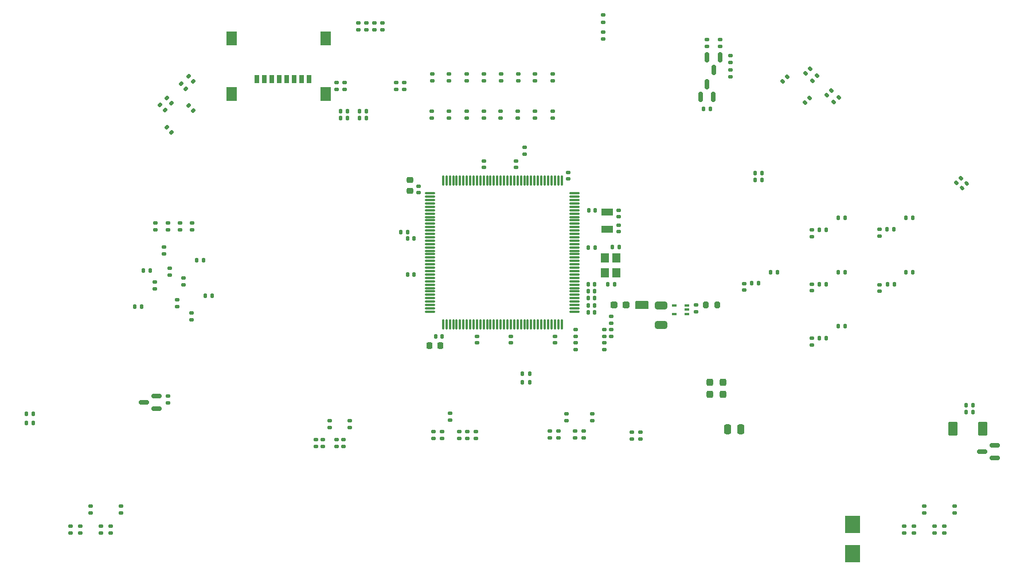
<source format=gbr>
%TF.GenerationSoftware,KiCad,Pcbnew,8.0.7*%
%TF.CreationDate,2025-04-13T15:12:29-04:00*%
%TF.ProjectId,control,636f6e74-726f-46c2-9e6b-696361645f70,rev?*%
%TF.SameCoordinates,Original*%
%TF.FileFunction,Paste,Bot*%
%TF.FilePolarity,Positive*%
%FSLAX46Y46*%
G04 Gerber Fmt 4.6, Leading zero omitted, Abs format (unit mm)*
G04 Created by KiCad (PCBNEW 8.0.7) date 2025-04-13 15:12:29*
%MOMM*%
%LPD*%
G01*
G04 APERTURE LIST*
G04 Aperture macros list*
%AMRoundRect*
0 Rectangle with rounded corners*
0 $1 Rounding radius*
0 $2 $3 $4 $5 $6 $7 $8 $9 X,Y pos of 4 corners*
0 Add a 4 corners polygon primitive as box body*
4,1,4,$2,$3,$4,$5,$6,$7,$8,$9,$2,$3,0*
0 Add four circle primitives for the rounded corners*
1,1,$1+$1,$2,$3*
1,1,$1+$1,$4,$5*
1,1,$1+$1,$6,$7*
1,1,$1+$1,$8,$9*
0 Add four rect primitives between the rounded corners*
20,1,$1+$1,$2,$3,$4,$5,0*
20,1,$1+$1,$4,$5,$6,$7,0*
20,1,$1+$1,$6,$7,$8,$9,0*
20,1,$1+$1,$8,$9,$2,$3,0*%
G04 Aperture macros list end*
%ADD10C,0.160000*%
%ADD11RoundRect,0.140000X-0.170000X0.140000X-0.170000X-0.140000X0.170000X-0.140000X0.170000X0.140000X0*%
%ADD12RoundRect,0.135000X-0.135000X-0.185000X0.135000X-0.185000X0.135000X0.185000X-0.135000X0.185000X0*%
%ADD13RoundRect,0.135000X0.185000X-0.135000X0.185000X0.135000X-0.185000X0.135000X-0.185000X-0.135000X0*%
%ADD14RoundRect,0.135000X-0.185000X0.135000X-0.185000X-0.135000X0.185000X-0.135000X0.185000X0.135000X0*%
%ADD15RoundRect,0.140000X0.170000X-0.140000X0.170000X0.140000X-0.170000X0.140000X-0.170000X-0.140000X0*%
%ADD16RoundRect,0.237500X-0.237500X0.287500X-0.237500X-0.287500X0.237500X-0.287500X0.237500X0.287500X0*%
%ADD17RoundRect,0.150000X0.587500X0.150000X-0.587500X0.150000X-0.587500X-0.150000X0.587500X-0.150000X0*%
%ADD18RoundRect,0.150000X0.150000X-0.587500X0.150000X0.587500X-0.150000X0.587500X-0.150000X-0.587500X0*%
%ADD19RoundRect,0.140000X-0.140000X-0.170000X0.140000X-0.170000X0.140000X0.170000X-0.140000X0.170000X0*%
%ADD20RoundRect,0.135000X0.135000X0.185000X-0.135000X0.185000X-0.135000X-0.185000X0.135000X-0.185000X0*%
%ADD21RoundRect,0.135000X0.035355X-0.226274X0.226274X-0.035355X-0.035355X0.226274X-0.226274X0.035355X0*%
%ADD22RoundRect,0.225000X0.250000X-0.225000X0.250000X0.225000X-0.250000X0.225000X-0.250000X-0.225000X0*%
%ADD23RoundRect,0.237500X0.287500X0.237500X-0.287500X0.237500X-0.287500X-0.237500X0.287500X-0.237500X0*%
%ADD24RoundRect,0.200000X0.200000X0.275000X-0.200000X0.275000X-0.200000X-0.275000X0.200000X-0.275000X0*%
%ADD25RoundRect,0.135000X0.226274X0.035355X0.035355X0.226274X-0.226274X-0.035355X-0.035355X-0.226274X0*%
%ADD26RoundRect,0.140000X0.140000X0.170000X-0.140000X0.170000X-0.140000X-0.170000X0.140000X-0.170000X0*%
%ADD27R,1.200000X1.400000*%
%ADD28RoundRect,0.140000X-0.021213X0.219203X-0.219203X0.021213X0.021213X-0.219203X0.219203X-0.021213X0*%
%ADD29R,0.800000X1.200000*%
%ADD30R,1.500000X2.000000*%
%ADD31RoundRect,0.135000X-0.035355X0.226274X-0.226274X0.035355X0.035355X-0.226274X0.226274X-0.035355X0*%
%ADD32RoundRect,0.250000X0.250000X0.475000X-0.250000X0.475000X-0.250000X-0.475000X0.250000X-0.475000X0*%
%ADD33RoundRect,0.250000X-0.450000X-0.800000X0.450000X-0.800000X0.450000X0.800000X-0.450000X0.800000X0*%
%ADD34RoundRect,0.135000X-0.226274X-0.035355X-0.035355X-0.226274X0.226274X0.035355X0.035355X0.226274X0*%
%ADD35RoundRect,0.075000X0.662500X0.075000X-0.662500X0.075000X-0.662500X-0.075000X0.662500X-0.075000X0*%
%ADD36RoundRect,0.075000X0.075000X0.662500X-0.075000X0.662500X-0.075000X-0.662500X0.075000X-0.662500X0*%
%ADD37RoundRect,0.100000X0.225000X0.100000X-0.225000X0.100000X-0.225000X-0.100000X0.225000X-0.100000X0*%
%ADD38R,1.800000X1.000000*%
%ADD39R,2.300000X2.500000*%
%ADD40RoundRect,0.150000X-0.150000X0.587500X-0.150000X-0.587500X0.150000X-0.587500X0.150000X0.587500X0*%
%ADD41RoundRect,0.250000X-0.650000X0.325000X-0.650000X-0.325000X0.650000X-0.325000X0.650000X0.325000X0*%
%ADD42RoundRect,0.225000X0.225000X0.250000X-0.225000X0.250000X-0.225000X-0.250000X0.225000X-0.250000X0*%
G04 APERTURE END LIST*
D10*
%TO.C,JP1*%
X171500000Y-108100000D02*
X169700000Y-108100000D01*
X169700000Y-107100000D01*
X171500000Y-107100000D01*
X171500000Y-108100000D01*
G36*
X171500000Y-108100000D02*
G01*
X169700000Y-108100000D01*
X169700000Y-107100000D01*
X171500000Y-107100000D01*
X171500000Y-108100000D01*
G37*
%TD*%
D11*
%TO.C,C35*%
X205700000Y-104620000D03*
X205700000Y-105580000D03*
%TD*%
D12*
%TO.C,R71*%
X96990000Y-102500000D03*
X98010000Y-102500000D03*
%TD*%
D13*
%TO.C,R111*%
X104200000Y-96510000D03*
X104200000Y-95490000D03*
%TD*%
D14*
%TO.C,R90*%
X147250000Y-78990000D03*
X147250000Y-80010000D03*
%TD*%
%TO.C,R63*%
X125500000Y-74690000D03*
X125500000Y-75710000D03*
%TD*%
D15*
%TO.C,C23*%
X137650000Y-90980000D03*
X137650000Y-90020000D03*
%TD*%
D16*
%TO.C,F7*%
X182600000Y-119025000D03*
X182600000Y-120775000D03*
%TD*%
D14*
%TO.C,R47*%
X163250000Y-123690000D03*
X163250000Y-124710000D03*
%TD*%
D17*
%TO.C,Q4*%
X98937500Y-121037500D03*
X98937500Y-122937500D03*
X97062500Y-121987500D03*
%TD*%
D13*
%TO.C,R65*%
X100000000Y-100010000D03*
X100000000Y-98990000D03*
%TD*%
D18*
%TO.C,Q2*%
X181150000Y-76850000D03*
X179250000Y-76850000D03*
X180200000Y-74975000D03*
%TD*%
D13*
%TO.C,R82*%
X104100000Y-109810000D03*
X104100000Y-108790000D03*
%TD*%
%TO.C,R6*%
X183700000Y-73860000D03*
X183700000Y-72840000D03*
%TD*%
D12*
%TO.C,R87*%
X206790000Y-96400000D03*
X207810000Y-96400000D03*
%TD*%
D15*
%TO.C,C3*%
X167200000Y-96730000D03*
X167200000Y-95770000D03*
%TD*%
D19*
%TO.C,C17*%
X162670000Y-104500000D03*
X163630000Y-104500000D03*
%TD*%
D14*
%TO.C,R19*%
X93700000Y-137290000D03*
X93700000Y-138310000D03*
%TD*%
%TO.C,R89*%
X149750000Y-78990000D03*
X149750000Y-80010000D03*
%TD*%
%TO.C,R122*%
X124500000Y-124690000D03*
X124500000Y-125710000D03*
%TD*%
D20*
%TO.C,R94*%
X200610000Y-102750000D03*
X199590000Y-102750000D03*
%TD*%
D21*
%TO.C,R35*%
X191350000Y-74600000D03*
X192071248Y-73878752D03*
%TD*%
D22*
%TO.C,C15*%
X136320000Y-90695000D03*
X136320000Y-89145000D03*
%TD*%
D14*
%TO.C,R18*%
X89200000Y-137290000D03*
X89200000Y-138310000D03*
%TD*%
%TO.C,R59*%
X126700000Y-74690000D03*
X126700000Y-75710000D03*
%TD*%
D20*
%TO.C,R107*%
X200610000Y-110750000D03*
X199590000Y-110750000D03*
%TD*%
D14*
%TO.C,R99*%
X154850000Y-73440000D03*
X154850000Y-74460000D03*
%TD*%
D13*
%TO.C,R51*%
X143600000Y-127310000D03*
X143600000Y-126290000D03*
%TD*%
D14*
%TO.C,R125*%
X122500000Y-127490000D03*
X122500000Y-128510000D03*
%TD*%
D23*
%TO.C,F8*%
X168275000Y-107600000D03*
X166525000Y-107600000D03*
%TD*%
D11*
%TO.C,C36*%
X185700000Y-104420000D03*
X185700000Y-105380000D03*
%TD*%
%TO.C,C34*%
X195700000Y-112520000D03*
X195700000Y-113480000D03*
%TD*%
D24*
%TO.C,L1*%
X181725000Y-107600000D03*
X180075000Y-107600000D03*
%TD*%
D21*
%TO.C,R36*%
X197889376Y-76610624D03*
X198610624Y-75889376D03*
%TD*%
D14*
%TO.C,R98*%
X157400000Y-73440000D03*
X157400000Y-74460000D03*
%TD*%
%TO.C,R58*%
X170350000Y-126390000D03*
X170350000Y-127410000D03*
%TD*%
D25*
%TO.C,R30*%
X103260624Y-75660624D03*
X102539376Y-74939376D03*
%TD*%
D20*
%TO.C,R115*%
X190610000Y-102750000D03*
X189590000Y-102750000D03*
%TD*%
%TO.C,R25*%
X188310000Y-88100000D03*
X187290000Y-88100000D03*
%TD*%
D11*
%TO.C,C4*%
X167200000Y-93570000D03*
X167200000Y-94530000D03*
%TD*%
D14*
%TO.C,R103*%
X144700000Y-73440000D03*
X144700000Y-74460000D03*
%TD*%
D19*
%TO.C,C8*%
X162670000Y-108650000D03*
X163630000Y-108650000D03*
%TD*%
D26*
%TO.C,C6*%
X135980000Y-96800000D03*
X135020000Y-96800000D03*
%TD*%
D11*
%TO.C,C32*%
X205700000Y-96420000D03*
X205700000Y-97380000D03*
%TD*%
D14*
%TO.C,R85*%
X154850000Y-78990000D03*
X154850000Y-80010000D03*
%TD*%
D11*
%TO.C,C19*%
X151250000Y-112200000D03*
X151250000Y-113160000D03*
%TD*%
D14*
%TO.C,R4*%
X180250000Y-68390000D03*
X180250000Y-69410000D03*
%TD*%
D27*
%TO.C,Y2*%
X165100000Y-102850000D03*
X165100000Y-100650000D03*
X166800000Y-100650000D03*
X166800000Y-102850000D03*
%TD*%
D14*
%TO.C,R124*%
X123500000Y-127490000D03*
X123500000Y-128510000D03*
%TD*%
D12*
%TO.C,R77*%
X126090000Y-79000000D03*
X127110000Y-79000000D03*
%TD*%
D14*
%TO.C,R13*%
X165050000Y-113190000D03*
X165050000Y-114210000D03*
%TD*%
D25*
%TO.C,R28*%
X104360624Y-78860624D03*
X103639376Y-78139376D03*
%TD*%
D20*
%TO.C,R62*%
X80710000Y-123700000D03*
X79690000Y-123700000D03*
%TD*%
D28*
%TO.C,C13*%
X218539411Y-89660589D03*
X217860589Y-90339411D03*
%TD*%
D20*
%TO.C,R93*%
X210610000Y-94750000D03*
X209590000Y-94750000D03*
%TD*%
%TO.C,R24*%
X188310000Y-89100000D03*
X187290000Y-89100000D03*
%TD*%
D14*
%TO.C,R100*%
X152350000Y-73440000D03*
X152350000Y-74460000D03*
%TD*%
D19*
%TO.C,C7*%
X162670000Y-107650000D03*
X163630000Y-107650000D03*
%TD*%
D17*
%TO.C,Q3*%
X222737500Y-128300000D03*
X222737500Y-130200000D03*
X220862500Y-129250000D03*
%TD*%
D14*
%TO.C,R5*%
X182150000Y-68390000D03*
X182150000Y-69410000D03*
%TD*%
D26*
%TO.C,C5*%
X136980000Y-97800000D03*
X136020000Y-97800000D03*
%TD*%
D29*
%TO.C,J1*%
X113720000Y-74200000D03*
X114820000Y-74200000D03*
X115920000Y-74200000D03*
X117020000Y-74200000D03*
X118120000Y-74200000D03*
X119220000Y-74200000D03*
X120320000Y-74200000D03*
X121420000Y-74200000D03*
D30*
X123890000Y-68200000D03*
X123890000Y-76400000D03*
X110000000Y-68200000D03*
X110000000Y-76400000D03*
%TD*%
D31*
%TO.C,R33*%
X196500000Y-73750000D03*
X195778752Y-74471248D03*
%TD*%
D15*
%TO.C,C24*%
X147250000Y-87280000D03*
X147250000Y-86320000D03*
%TD*%
D13*
%TO.C,R7*%
X183700000Y-71760000D03*
X183700000Y-70740000D03*
%TD*%
D14*
%TO.C,R68*%
X132300000Y-65890000D03*
X132300000Y-66910000D03*
%TD*%
D13*
%TO.C,R120*%
X126500000Y-128510000D03*
X126500000Y-127490000D03*
%TD*%
D14*
%TO.C,R10*%
X165050000Y-111240000D03*
X165050000Y-112260000D03*
%TD*%
D12*
%TO.C,R106*%
X196840000Y-112500000D03*
X197860000Y-112500000D03*
%TD*%
%TO.C,R88*%
X196790000Y-104500000D03*
X197810000Y-104500000D03*
%TD*%
D16*
%TO.C,F6*%
X180600000Y-119025000D03*
X180600000Y-120775000D03*
%TD*%
D14*
%TO.C,R64*%
X134300000Y-74690000D03*
X134300000Y-75710000D03*
%TD*%
D13*
%TO.C,R108*%
X98800000Y-96510000D03*
X98800000Y-95490000D03*
%TD*%
%TO.C,R38*%
X215300000Y-141310000D03*
X215300000Y-140290000D03*
%TD*%
D14*
%TO.C,R101*%
X149800000Y-73440000D03*
X149800000Y-74460000D03*
%TD*%
%TO.C,R105*%
X139650000Y-73440000D03*
X139650000Y-74460000D03*
%TD*%
D32*
%TO.C,C38*%
X185200000Y-125950000D03*
X183300000Y-125950000D03*
%TD*%
D13*
%TO.C,R76*%
X102000000Y-107810000D03*
X102000000Y-106790000D03*
%TD*%
%TO.C,R79*%
X98700000Y-105210000D03*
X98700000Y-104190000D03*
%TD*%
D14*
%TO.C,R69*%
X128700000Y-65890000D03*
X128700000Y-66910000D03*
%TD*%
D33*
%TO.C,D9*%
X216500000Y-125900000D03*
X220900000Y-125900000D03*
%TD*%
D26*
%TO.C,C21*%
X141100000Y-112250000D03*
X140140000Y-112250000D03*
%TD*%
D12*
%TO.C,R113*%
X186790000Y-104400000D03*
X187810000Y-104400000D03*
%TD*%
D21*
%TO.C,R37*%
X198928752Y-77621248D03*
X199650000Y-76900000D03*
%TD*%
D13*
%TO.C,R17*%
X90700000Y-141310000D03*
X90700000Y-140290000D03*
%TD*%
D34*
%TO.C,R26*%
X99439376Y-78039376D03*
X100160624Y-78760624D03*
%TD*%
D13*
%TO.C,R56*%
X169100000Y-127410000D03*
X169100000Y-126390000D03*
%TD*%
D12*
%TO.C,R81*%
X95690000Y-107800000D03*
X96710000Y-107800000D03*
%TD*%
D14*
%TO.C,R55*%
X139800000Y-126290000D03*
X139800000Y-127310000D03*
%TD*%
D12*
%TO.C,R22*%
X152990000Y-117700000D03*
X154010000Y-117700000D03*
%TD*%
%TO.C,R66*%
X104890000Y-101000000D03*
X105910000Y-101000000D03*
%TD*%
D14*
%TO.C,R119*%
X100600000Y-121040000D03*
X100600000Y-122060000D03*
%TD*%
%TO.C,R54*%
X141100000Y-126290000D03*
X141100000Y-127310000D03*
%TD*%
%TO.C,R70*%
X131100000Y-65890000D03*
X131100000Y-66910000D03*
%TD*%
%TO.C,R102*%
X147250000Y-73440000D03*
X147250000Y-74460000D03*
%TD*%
D20*
%TO.C,R117*%
X200610000Y-94750000D03*
X199590000Y-94750000D03*
%TD*%
D11*
%TO.C,C20*%
X146250000Y-112200000D03*
X146250000Y-113160000D03*
%TD*%
D14*
%TO.C,R41*%
X216800000Y-137290000D03*
X216800000Y-138310000D03*
%TD*%
D15*
%TO.C,C25*%
X152000000Y-87280000D03*
X152000000Y-86320000D03*
%TD*%
D14*
%TO.C,R48*%
X158250000Y-126190000D03*
X158250000Y-127210000D03*
%TD*%
D19*
%TO.C,C26*%
X162750000Y-93600000D03*
X163710000Y-93600000D03*
%TD*%
D11*
%TO.C,C18*%
X157750000Y-112200000D03*
X157750000Y-113160000D03*
%TD*%
D12*
%TO.C,R96*%
X218490000Y-123450000D03*
X219510000Y-123450000D03*
%TD*%
D11*
%TO.C,C30*%
X178600000Y-107620000D03*
X178600000Y-108580000D03*
%TD*%
D15*
%TO.C,C27*%
X159750000Y-88980000D03*
X159750000Y-88020000D03*
%TD*%
D12*
%TO.C,R116*%
X196790000Y-96500000D03*
X197810000Y-96500000D03*
%TD*%
%TO.C,R74*%
X128890000Y-79000000D03*
X129910000Y-79000000D03*
%TD*%
D20*
%TO.C,R114*%
X210610000Y-102750000D03*
X209590000Y-102750000D03*
%TD*%
D19*
%TO.C,C16*%
X162720000Y-99100000D03*
X163680000Y-99100000D03*
%TD*%
D14*
%TO.C,R46*%
X159500000Y-123690000D03*
X159500000Y-124710000D03*
%TD*%
D13*
%TO.C,R72*%
X102900000Y-104610000D03*
X102900000Y-103590000D03*
%TD*%
D14*
%TO.C,R42*%
X210800000Y-140290000D03*
X210800000Y-141310000D03*
%TD*%
D21*
%TO.C,R2*%
X217039376Y-89560624D03*
X217760624Y-88839376D03*
%TD*%
D13*
%TO.C,R50*%
X144800000Y-127310000D03*
X144800000Y-126290000D03*
%TD*%
D14*
%TO.C,R104*%
X142150000Y-73440000D03*
X142150000Y-74460000D03*
%TD*%
D11*
%TO.C,C33*%
X195700000Y-104520000D03*
X195700000Y-105480000D03*
%TD*%
D13*
%TO.C,R109*%
X100600000Y-96510000D03*
X100600000Y-95490000D03*
%TD*%
%TO.C,R44*%
X162000000Y-127210000D03*
X162000000Y-126190000D03*
%TD*%
D25*
%TO.C,R31*%
X104360624Y-74560624D03*
X103639376Y-73839376D03*
%TD*%
D14*
%TO.C,R11*%
X160850000Y-111199999D03*
X160850000Y-112219999D03*
%TD*%
%TO.C,R49*%
X157000000Y-126190000D03*
X157000000Y-127210000D03*
%TD*%
D19*
%TO.C,C9*%
X162650000Y-105550000D03*
X163610000Y-105550000D03*
%TD*%
D26*
%TO.C,C12*%
X167230000Y-99000000D03*
X166270000Y-99000000D03*
%TD*%
D14*
%TO.C,R20*%
X87700000Y-140290000D03*
X87700000Y-141310000D03*
%TD*%
%TO.C,R1*%
X164900000Y-67290000D03*
X164900000Y-68310000D03*
%TD*%
%TO.C,R86*%
X152300000Y-78990000D03*
X152300000Y-80010000D03*
%TD*%
D35*
%TO.C,U1*%
X160662500Y-91087500D03*
X160662500Y-91587500D03*
X160662500Y-92087500D03*
X160662500Y-92587500D03*
X160662500Y-93087500D03*
X160662500Y-93587500D03*
X160662500Y-94087500D03*
X160662500Y-94587500D03*
X160662500Y-95087500D03*
X160662500Y-95587500D03*
X160662500Y-96087500D03*
X160662500Y-96587500D03*
X160662500Y-97087500D03*
X160662500Y-97587500D03*
X160662500Y-98087500D03*
X160662500Y-98587500D03*
X160662500Y-99087500D03*
X160662500Y-99587500D03*
X160662500Y-100087500D03*
X160662500Y-100587500D03*
X160662500Y-101087500D03*
X160662500Y-101587500D03*
X160662500Y-102087500D03*
X160662500Y-102587500D03*
X160662500Y-103087500D03*
X160662500Y-103587500D03*
X160662500Y-104087500D03*
X160662500Y-104587500D03*
X160662500Y-105087500D03*
X160662500Y-105587500D03*
X160662500Y-106087500D03*
X160662500Y-106587500D03*
X160662500Y-107087500D03*
X160662500Y-107587500D03*
X160662500Y-108087500D03*
X160662500Y-108587500D03*
D36*
X158750000Y-110500000D03*
X158250000Y-110500000D03*
X157750000Y-110500000D03*
X157250000Y-110500000D03*
X156750000Y-110500000D03*
X156250000Y-110500000D03*
X155750000Y-110500000D03*
X155250000Y-110500000D03*
X154750000Y-110500000D03*
X154250000Y-110500000D03*
X153750000Y-110500000D03*
X153250000Y-110500000D03*
X152750000Y-110500000D03*
X152250000Y-110500000D03*
X151750000Y-110500000D03*
X151250000Y-110500000D03*
X150750000Y-110500000D03*
X150250000Y-110500000D03*
X149750000Y-110500000D03*
X149250000Y-110500000D03*
X148750000Y-110500000D03*
X148250000Y-110500000D03*
X147750000Y-110500000D03*
X147250000Y-110500000D03*
X146750000Y-110500000D03*
X146250000Y-110500000D03*
X145750000Y-110500000D03*
X145250000Y-110500000D03*
X144750000Y-110500000D03*
X144250000Y-110500000D03*
X143750000Y-110500000D03*
X143250000Y-110500000D03*
X142750000Y-110500000D03*
X142250000Y-110500000D03*
X141750000Y-110500000D03*
X141250000Y-110500000D03*
D35*
X139337500Y-108587500D03*
X139337500Y-108087500D03*
X139337500Y-107587500D03*
X139337500Y-107087500D03*
X139337500Y-106587500D03*
X139337500Y-106087500D03*
X139337500Y-105587500D03*
X139337500Y-105087500D03*
X139337500Y-104587500D03*
X139337500Y-104087500D03*
X139337500Y-103587500D03*
X139337500Y-103087500D03*
X139337500Y-102587500D03*
X139337500Y-102087500D03*
X139337500Y-101587500D03*
X139337500Y-101087500D03*
X139337500Y-100587500D03*
X139337500Y-100087500D03*
X139337500Y-99587500D03*
X139337500Y-99087500D03*
X139337500Y-98587500D03*
X139337500Y-98087500D03*
X139337500Y-97587500D03*
X139337500Y-97087500D03*
X139337500Y-96587500D03*
X139337500Y-96087500D03*
X139337500Y-95587500D03*
X139337500Y-95087500D03*
X139337500Y-94587500D03*
X139337500Y-94087500D03*
X139337500Y-93587500D03*
X139337500Y-93087500D03*
X139337500Y-92587500D03*
X139337500Y-92087500D03*
X139337500Y-91587500D03*
X139337500Y-91087500D03*
D36*
X141250000Y-89175000D03*
X141750000Y-89175000D03*
X142250000Y-89175000D03*
X142750000Y-89175000D03*
X143250000Y-89175000D03*
X143750000Y-89175000D03*
X144250000Y-89175000D03*
X144750000Y-89175000D03*
X145250000Y-89175000D03*
X145750000Y-89175000D03*
X146250000Y-89175000D03*
X146750000Y-89175000D03*
X147250000Y-89175000D03*
X147750000Y-89175000D03*
X148250000Y-89175000D03*
X148750000Y-89175000D03*
X149250000Y-89175000D03*
X149750000Y-89175000D03*
X150250000Y-89175000D03*
X150750000Y-89175000D03*
X151250000Y-89175000D03*
X151750000Y-89175000D03*
X152250000Y-89175000D03*
X152750000Y-89175000D03*
X153250000Y-89175000D03*
X153750000Y-89175000D03*
X154250000Y-89175000D03*
X154750000Y-89175000D03*
X155250000Y-89175000D03*
X155750000Y-89175000D03*
X156250000Y-89175000D03*
X156750000Y-89175000D03*
X157250000Y-89175000D03*
X157750000Y-89175000D03*
X158250000Y-89175000D03*
X158750000Y-89175000D03*
%TD*%
D14*
%TO.C,R95*%
X142100000Y-78990000D03*
X142100000Y-80010000D03*
%TD*%
%TO.C,R43*%
X209300000Y-140290000D03*
X209300000Y-141310000D03*
%TD*%
D11*
%TO.C,C37*%
X195700000Y-96520000D03*
X195700000Y-97480000D03*
%TD*%
D12*
%TO.C,R91*%
X218490000Y-122400000D03*
X219510000Y-122400000D03*
%TD*%
D37*
%TO.C,U3*%
X177250000Y-107650000D03*
X177250000Y-108300000D03*
X177250000Y-108950000D03*
X175350000Y-108950000D03*
X175350000Y-107650000D03*
%TD*%
D14*
%TO.C,R67*%
X129900000Y-65890000D03*
X129900000Y-66910000D03*
%TD*%
D13*
%TO.C,R73*%
X100900000Y-103210000D03*
X100900000Y-102190000D03*
%TD*%
%TO.C,R39*%
X213800000Y-141310000D03*
X213800000Y-140290000D03*
%TD*%
D31*
%TO.C,R32*%
X195460624Y-72689376D03*
X194739376Y-73410624D03*
%TD*%
D14*
%TO.C,R14*%
X160850000Y-113149999D03*
X160850000Y-114169999D03*
%TD*%
D12*
%TO.C,R75*%
X128890000Y-80000000D03*
X129910000Y-80000000D03*
%TD*%
%TO.C,R112*%
X206840000Y-104550000D03*
X207860000Y-104550000D03*
%TD*%
D13*
%TO.C,R118*%
X153300000Y-85310000D03*
X153300000Y-84290000D03*
%TD*%
D12*
%TO.C,R78*%
X126090000Y-80000000D03*
X127110000Y-80000000D03*
%TD*%
D25*
%TO.C,R29*%
X101160624Y-82060624D03*
X100439376Y-81339376D03*
%TD*%
D14*
%TO.C,R21*%
X86200000Y-140290000D03*
X86200000Y-141310000D03*
%TD*%
%TO.C,R92*%
X144700000Y-78990000D03*
X144700000Y-80010000D03*
%TD*%
%TO.C,R40*%
X212300000Y-137290000D03*
X212300000Y-138310000D03*
%TD*%
D19*
%TO.C,C11*%
X165600000Y-104500000D03*
X166560000Y-104500000D03*
%TD*%
D12*
%TO.C,R23*%
X152990000Y-119000000D03*
X154010000Y-119000000D03*
%TD*%
D20*
%TO.C,R61*%
X80710000Y-125000000D03*
X79690000Y-125000000D03*
%TD*%
D14*
%TO.C,R12*%
X166100000Y-111240000D03*
X166100000Y-112260000D03*
%TD*%
D12*
%TO.C,R80*%
X106090000Y-106200000D03*
X107110000Y-106200000D03*
%TD*%
D34*
%TO.C,R27*%
X100439376Y-77039376D03*
X101160624Y-77760624D03*
%TD*%
D19*
%TO.C,C10*%
X162650000Y-106600000D03*
X163610000Y-106600000D03*
%TD*%
D13*
%TO.C,R121*%
X125500000Y-128510000D03*
X125500000Y-127490000D03*
%TD*%
D38*
%TO.C,Y1*%
X165450000Y-96400000D03*
X165450000Y-93900000D03*
%TD*%
D14*
%TO.C,R84*%
X157400000Y-78990000D03*
X157400000Y-80010000D03*
%TD*%
D13*
%TO.C,R3*%
X164900000Y-65800001D03*
X164900000Y-64780001D03*
%TD*%
D26*
%TO.C,C22*%
X136980000Y-103100000D03*
X136020000Y-103100000D03*
%TD*%
D20*
%TO.C,R8*%
X180710000Y-78600000D03*
X179690000Y-78600000D03*
%TD*%
D13*
%TO.C,R53*%
X146100000Y-127310000D03*
X146100000Y-126290000D03*
%TD*%
D39*
%TO.C,D1*%
X201700000Y-140050000D03*
X201700000Y-144350000D03*
%TD*%
D40*
%TO.C,Q1*%
X180250000Y-70962500D03*
X182150000Y-70962500D03*
X181200000Y-72837500D03*
%TD*%
D13*
%TO.C,R16*%
X92200000Y-141310000D03*
X92200000Y-140290000D03*
%TD*%
D41*
%TO.C,C31*%
X173400000Y-107625000D03*
X173400000Y-110575000D03*
%TD*%
D14*
%TO.C,R60*%
X135500000Y-74690000D03*
X135500000Y-75710000D03*
%TD*%
%TO.C,R97*%
X139600000Y-78990000D03*
X139600000Y-80010000D03*
%TD*%
D21*
%TO.C,R34*%
X194650000Y-77700000D03*
X195371248Y-76978752D03*
%TD*%
D14*
%TO.C,R123*%
X127500000Y-124690000D03*
X127500000Y-125710000D03*
%TD*%
%TO.C,R52*%
X142300000Y-123590000D03*
X142300000Y-124610000D03*
%TD*%
%TO.C,R9*%
X166100000Y-109290000D03*
X166100000Y-110310000D03*
%TD*%
D42*
%TO.C,C14*%
X140825000Y-113600000D03*
X139275000Y-113600000D03*
%TD*%
D13*
%TO.C,R45*%
X160750000Y-127210000D03*
X160750000Y-126190000D03*
%TD*%
%TO.C,R110*%
X102400000Y-96510000D03*
X102400000Y-95490000D03*
%TD*%
M02*

</source>
